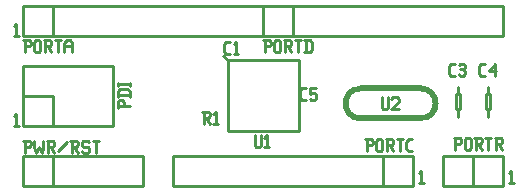
<source format=gbr>
G04 start of page 8 for group -4079 idx -4079 *
G04 Title: (unknown), topsilk *
G04 Creator: pcb 20110918 *
G04 CreationDate: Tue Aug  6 21:11:03 2013 UTC *
G04 For: mokus *
G04 Format: Gerber/RS-274X *
G04 PCB-Dimensions: 170000 70000 *
G04 PCB-Coordinate-Origin: lower left *
%MOIN*%
%FSLAX25Y25*%
%LNTOPSILK*%
%ADD104C,0.0200*%
%ADD103C,0.0100*%
G54D103*X2000Y28200D02*X2800Y29000D01*
Y25000D01*
X2000D02*X3500D01*
X2000Y58200D02*X2800Y59000D01*
Y55000D01*
X2000D02*X3500D01*
X167000Y9200D02*X167800Y10000D01*
Y6000D01*
X167000D02*X168500D01*
X137000Y9200D02*X137800Y10000D01*
Y6000D01*
X137000D02*X138500D01*
X85000Y55000D02*X165000D01*
Y65000D02*Y55000D01*
X85000Y65000D02*X165000D01*
X85000D02*Y55000D01*
X95000Y65000D02*Y55000D01*
X85000Y65000D02*X95000D01*
X160000Y37986D02*Y35486D01*
Y30486D02*Y27986D01*
X160800Y35486D02*Y30486D01*
X159200D02*X160800D01*
X159200Y35486D02*Y30486D01*
Y35486D02*X160800D01*
X5000Y55000D02*X85000D01*
Y65000D02*Y55000D01*
X5000Y65000D02*X85000D01*
X5000D02*Y55000D01*
X15000Y65000D02*Y55000D01*
X5000Y65000D02*X15000D01*
X5000Y5000D02*X45000D01*
Y15000D02*Y5000D01*
X5000Y15000D02*X45000D01*
X5000D02*Y5000D01*
X15000Y15000D02*Y5000D01*
X5000Y15000D02*X15000D01*
X5000Y25000D02*X35000D01*
Y45000D02*Y25000D01*
X5000Y45000D02*X35000D01*
X5000D02*Y25000D01*
X15000Y35000D02*Y25000D01*
X5000Y35000D02*X15000D01*
X145000Y15000D02*X165000D01*
X145000D02*Y5000D01*
X165000D01*
Y15000D02*Y5000D01*
X155000Y15000D02*Y5000D01*
X165000D01*
G54D104*X117500Y37500D02*X137500D01*
X117500Y27500D02*X137500D01*
G75*G03X137500Y37500I0J5000D01*G01*
X117500D02*G75*G03X117500Y27500I0J-5000D01*G01*
G54D103*X150000Y38000D02*Y35500D01*
Y30500D02*Y28000D01*
X150800Y35500D02*Y30500D01*
X149200D02*X150800D01*
X149200Y35500D02*Y30500D01*
Y35500D02*X150800D01*
X55000Y15000D02*X135000D01*
X55000D02*Y5000D01*
X135000D01*
Y15000D02*Y5000D01*
X125000Y15000D02*Y5000D01*
X135000D01*
X96826Y23174D02*Y46826D01*
X73174D01*
Y23174D01*
X96826D01*
X73174Y46826D02*X71674Y48326D01*
X85500Y53500D02*Y49500D01*
X85000Y53500D02*X87000D01*
X87500Y53000D01*
Y52000D01*
X87000Y51500D02*X87500Y52000D01*
X85500Y51500D02*X87000D01*
X88700Y53000D02*Y50000D01*
Y53000D02*X89200Y53500D01*
X90200D01*
X90700Y53000D01*
Y50000D01*
X90200Y49500D02*X90700Y50000D01*
X89200Y49500D02*X90200D01*
X88700Y50000D02*X89200Y49500D01*
X91900Y53500D02*X93900D01*
X94400Y53000D01*
Y52000D01*
X93900Y51500D02*X94400Y52000D01*
X92400Y51500D02*X93900D01*
X92400Y53500D02*Y49500D01*
X93200Y51500D02*X94400Y49500D01*
X95600Y53500D02*X97600D01*
X96600D02*Y49500D01*
X99300Y53500D02*Y49500D01*
X100600Y53500D02*X101300Y52800D01*
Y50200D01*
X100600Y49500D02*X101300Y50200D01*
X98800Y49500D02*X100600D01*
X98800Y53500D02*X100600D01*
X97986Y33484D02*X99286D01*
X97286Y34184D02*X97986Y33484D01*
X97286Y36784D02*Y34184D01*
Y36784D02*X97986Y37484D01*
X99286D01*
X100486D02*X102486D01*
X100486D02*Y35484D01*
X100986Y35984D01*
X101986D01*
X102486Y35484D01*
Y33984D01*
X101986Y33484D02*X102486Y33984D01*
X100986Y33484D02*X101986D01*
X100486Y33984D02*X100986Y33484D01*
X5500Y53500D02*Y49500D01*
X5000Y53500D02*X7000D01*
X7500Y53000D01*
Y52000D01*
X7000Y51500D02*X7500Y52000D01*
X5500Y51500D02*X7000D01*
X8700Y53000D02*Y50000D01*
Y53000D02*X9200Y53500D01*
X10200D01*
X10700Y53000D01*
Y50000D01*
X10200Y49500D02*X10700Y50000D01*
X9200Y49500D02*X10200D01*
X8700Y50000D02*X9200Y49500D01*
X11900Y53500D02*X13900D01*
X14400Y53000D01*
Y52000D01*
X13900Y51500D02*X14400Y52000D01*
X12400Y51500D02*X13900D01*
X12400Y53500D02*Y49500D01*
X13200Y51500D02*X14400Y49500D01*
X15600Y53500D02*X17600D01*
X16600D02*Y49500D01*
X18800Y52500D02*Y49500D01*
Y52500D02*X19500Y53500D01*
X20600D01*
X21300Y52500D01*
Y49500D01*
X18800Y51500D02*X21300D01*
X5500Y20000D02*Y16000D01*
X5000Y20000D02*X7000D01*
X7500Y19500D01*
Y18500D01*
X7000Y18000D02*X7500Y18500D01*
X5500Y18000D02*X7000D01*
X8700Y20000D02*Y18000D01*
X9200Y16000D01*
X10200Y18000D01*
X11200Y16000D01*
X11700Y18000D01*
Y20000D02*Y18000D01*
X12900Y20000D02*X14900D01*
X15400Y19500D01*
Y18500D01*
X14900Y18000D02*X15400Y18500D01*
X13400Y18000D02*X14900D01*
X13400Y20000D02*Y16000D01*
X14200Y18000D02*X15400Y16000D01*
X16600Y16500D02*X19600Y19500D01*
X20800Y20000D02*X22800D01*
X23300Y19500D01*
Y18500D01*
X22800Y18000D02*X23300Y18500D01*
X21300Y18000D02*X22800D01*
X21300Y20000D02*Y16000D01*
X22100Y18000D02*X23300Y16000D01*
X26500Y20000D02*X27000Y19500D01*
X25000Y20000D02*X26500D01*
X24500Y19500D02*X25000Y20000D01*
X24500Y19500D02*Y18500D01*
X25000Y18000D01*
X26500D01*
X27000Y17500D01*
Y16500D01*
X26500Y16000D02*X27000Y16500D01*
X25000Y16000D02*X26500D01*
X24500Y16500D02*X25000Y16000D01*
X28200Y20000D02*X30200D01*
X29200D02*Y16000D01*
X36500Y31500D02*X40500D01*
X36500Y33000D02*Y31000D01*
Y33000D02*X37000Y33500D01*
X38000D01*
X38500Y33000D02*X38000Y33500D01*
X38500Y33000D02*Y31500D01*
X36500Y35200D02*X40500D01*
X36500Y36500D02*X37200Y37200D01*
X39800D01*
X40500Y36500D02*X39800Y37200D01*
X40500Y36500D02*Y34700D01*
X36500Y36500D02*Y34700D01*
Y39400D02*Y38400D01*
Y38900D02*X40500D01*
Y39400D02*Y38400D01*
X82174Y21876D02*Y18376D01*
X82674Y17876D01*
X83674D01*
X84174Y18376D01*
Y21876D02*Y18376D01*
X85374Y21076D02*X86174Y21876D01*
Y17876D01*
X85374D02*X86874D01*
X64685Y29650D02*X66685D01*
X67185Y29150D01*
Y28150D01*
X66685Y27650D02*X67185Y28150D01*
X65185Y27650D02*X66685D01*
X65185Y29650D02*Y25650D01*
X65985Y27650D02*X67185Y25650D01*
X68385Y28850D02*X69185Y29650D01*
Y25650D01*
X68385D02*X69885D01*
X72742Y48947D02*X74042D01*
X72042Y49647D02*X72742Y48947D01*
X72042Y52247D02*Y49647D01*
Y52247D02*X72742Y52947D01*
X74042D01*
X75242Y52147D02*X76042Y52947D01*
Y48947D01*
X75242D02*X76742D01*
X149000Y21000D02*Y17000D01*
X148500Y21000D02*X150500D01*
X151000Y20500D01*
Y19500D01*
X150500Y19000D02*X151000Y19500D01*
X149000Y19000D02*X150500D01*
X152200Y20500D02*Y17500D01*
Y20500D02*X152700Y21000D01*
X153700D01*
X154200Y20500D01*
Y17500D01*
X153700Y17000D02*X154200Y17500D01*
X152700Y17000D02*X153700D01*
X152200Y17500D02*X152700Y17000D01*
X155400Y21000D02*X157400D01*
X157900Y20500D01*
Y19500D01*
X157400Y19000D02*X157900Y19500D01*
X155900Y19000D02*X157400D01*
X155900Y21000D02*Y17000D01*
X156700Y19000D02*X157900Y17000D01*
X159100Y21000D02*X161100D01*
X160100D02*Y17000D01*
X162300Y21000D02*X164300D01*
X164800Y20500D01*
Y19500D01*
X164300Y19000D02*X164800Y19500D01*
X162800Y19000D02*X164300D01*
X162800Y21000D02*Y17000D01*
X163600Y19000D02*X164800Y17000D01*
X119500Y20500D02*Y16500D01*
X119000Y20500D02*X121000D01*
X121500Y20000D01*
Y19000D01*
X121000Y18500D02*X121500Y19000D01*
X119500Y18500D02*X121000D01*
X122700Y20000D02*Y17000D01*
Y20000D02*X123200Y20500D01*
X124200D01*
X124700Y20000D01*
Y17000D01*
X124200Y16500D02*X124700Y17000D01*
X123200Y16500D02*X124200D01*
X122700Y17000D02*X123200Y16500D01*
X125900Y20500D02*X127900D01*
X128400Y20000D01*
Y19000D01*
X127900Y18500D02*X128400Y19000D01*
X126400Y18500D02*X127900D01*
X126400Y20500D02*Y16500D01*
X127200Y18500D02*X128400Y16500D01*
X129600Y20500D02*X131600D01*
X130600D02*Y16500D01*
X133500D02*X134800D01*
X132800Y17200D02*X133500Y16500D01*
X132800Y19800D02*Y17200D01*
Y19800D02*X133500Y20500D01*
X134800D01*
X124500Y34500D02*Y31000D01*
X125000Y30500D01*
X126000D01*
X126500Y31000D01*
Y34500D02*Y31000D01*
X127700Y34000D02*X128200Y34500D01*
X129700D01*
X130200Y34000D01*
Y33000D01*
X127700Y30500D02*X130200Y33000D01*
X127700Y30500D02*X130200D01*
X147700Y41700D02*X149000D01*
X147000Y42400D02*X147700Y41700D01*
X147000Y45000D02*Y42400D01*
Y45000D02*X147700Y45700D01*
X149000D01*
X150200Y45200D02*X150700Y45700D01*
X151700D01*
X152200Y45200D01*
X151700Y41700D02*X152200Y42200D01*
X150700Y41700D02*X151700D01*
X150200Y42200D02*X150700Y41700D01*
Y43900D02*X151700D01*
X152200Y45200D02*Y44400D01*
Y43400D02*Y42200D01*
Y43400D02*X151700Y43900D01*
X152200Y44400D02*X151700Y43900D01*
X157700Y41686D02*X159000D01*
X157000Y42386D02*X157700Y41686D01*
X157000Y44986D02*Y42386D01*
Y44986D02*X157700Y45686D01*
X159000D01*
X160200Y43186D02*X162200Y45686D01*
X160200Y43186D02*X162700D01*
X162200Y45686D02*Y41686D01*
M02*

</source>
